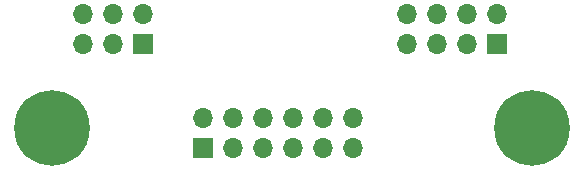
<source format=gbr>
%TF.GenerationSoftware,KiCad,Pcbnew,8.0.1*%
%TF.CreationDate,2024-06-06T08:45:56+08:00*%
%TF.ProjectId,CrazyDonkeyTarmoBoard,4372617a-7944-46f6-9e6b-65795461726d,rev?*%
%TF.SameCoordinates,Original*%
%TF.FileFunction,Soldermask,Bot*%
%TF.FilePolarity,Negative*%
%FSLAX46Y46*%
G04 Gerber Fmt 4.6, Leading zero omitted, Abs format (unit mm)*
G04 Created by KiCad (PCBNEW 8.0.1) date 2024-06-06 08:45:56*
%MOMM*%
%LPD*%
G01*
G04 APERTURE LIST*
%ADD10C,0.800000*%
%ADD11C,6.400000*%
%ADD12R,1.700000X1.700000*%
%ADD13O,1.700000X1.700000*%
G04 APERTURE END LIST*
D10*
%TO.C,H1*%
X99100000Y-90802944D03*
X99802944Y-89105888D03*
X99802944Y-92500000D03*
X101500000Y-88402944D03*
D11*
X101500000Y-90802944D03*
D10*
X101500000Y-93202944D03*
X103197056Y-89105888D03*
X103197056Y-92500000D03*
X103900000Y-90802944D03*
%TD*%
%TO.C,H2*%
X58402944Y-90802944D03*
X59105888Y-89105888D03*
X59105888Y-92500000D03*
X60802944Y-88402944D03*
D11*
X60802944Y-90802944D03*
D10*
X60802944Y-93202944D03*
X62500000Y-89105888D03*
X62500000Y-92500000D03*
X63202944Y-90802944D03*
%TD*%
D12*
%TO.C,J3*%
X73630000Y-92500000D03*
D13*
X73630000Y-89960000D03*
X76170000Y-92500000D03*
X76170000Y-89960000D03*
X78710000Y-92500000D03*
X78710000Y-89960000D03*
X81250000Y-92500000D03*
X81250000Y-89960000D03*
X83790000Y-92500000D03*
X83790000Y-89960000D03*
X86330000Y-92500000D03*
X86330000Y-89960000D03*
%TD*%
D12*
%TO.C,J4*%
X98540000Y-83690000D03*
D13*
X98540000Y-81150000D03*
X96000000Y-83690000D03*
X96000000Y-81150000D03*
X93460000Y-83690000D03*
X93460000Y-81150000D03*
X90920000Y-83690000D03*
X90920000Y-81150000D03*
%TD*%
D12*
%TO.C,J2*%
X68500000Y-83700000D03*
D13*
X68500000Y-81160000D03*
X65960000Y-83700000D03*
X65960000Y-81160000D03*
X63420000Y-83700000D03*
X63420000Y-81160000D03*
%TD*%
M02*

</source>
